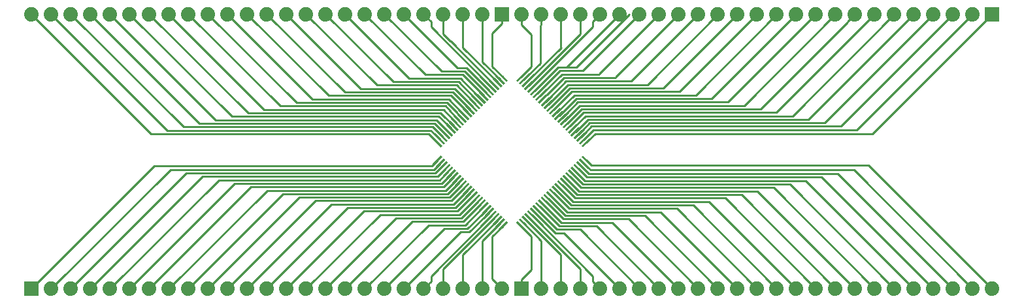
<source format=gbr>
G04 #@! TF.GenerationSoftware,KiCad,Pcbnew,5.0.0-rc2-unknown-da66005~65~ubuntu16.04.1*
G04 #@! TF.CreationDate,2018-05-28T11:28:40+02:00*
G04 #@! TF.ProjectId,AD8113 Breakout LQFP 100,41443831313320427265616B6F757420,rev?*
G04 #@! TF.SameCoordinates,Original*
G04 #@! TF.FileFunction,Copper,L1,Top,Signal*
G04 #@! TF.FilePolarity,Positive*
%FSLAX46Y46*%
G04 Gerber Fmt 4.6, Leading zero omitted, Abs format (unit mm)*
G04 Created by KiCad (PCBNEW 5.0.0-rc2-unknown-da66005~65~ubuntu16.04.1) date Mon May 28 11:28:40 2018*
%MOMM*%
%LPD*%
G01*
G04 APERTURE LIST*
G04 #@! TA.AperFunction,SMDPad,CuDef*
%ADD10C,0.279400*%
G04 #@! TD*
G04 #@! TA.AperFunction,Conductor*
%ADD11C,0.050000*%
G04 #@! TD*
G04 #@! TA.AperFunction,ComponentPad*
%ADD12R,1.879600X1.879600*%
G04 #@! TD*
G04 #@! TA.AperFunction,ComponentPad*
%ADD13C,1.879600*%
G04 #@! TD*
G04 #@! TA.AperFunction,Conductor*
%ADD14C,0.250000*%
G04 #@! TD*
G04 APERTURE END LIST*
D10*
G04 #@! TO.P,U1,1*
G04 #@! TO.N,/P001*
X167515512Y-108690795D03*
D11*
G04 #@! TD*
G04 #@! TO.N,/P001*
G04 #@! TO.C,U1*
G36*
X167093440Y-108071157D02*
X168135150Y-109112867D01*
X167937584Y-109310433D01*
X166895874Y-108268723D01*
X167093440Y-108071157D01*
X167093440Y-108071157D01*
G37*
D10*
G04 #@! TO.P,U1,2*
G04 #@! TO.N,/P002*
X167869067Y-108337240D03*
D11*
G04 #@! TD*
G04 #@! TO.N,/P002*
G04 #@! TO.C,U1*
G36*
X167446995Y-107717602D02*
X168488705Y-108759312D01*
X168291139Y-108956878D01*
X167249429Y-107915168D01*
X167446995Y-107717602D01*
X167446995Y-107717602D01*
G37*
D10*
G04 #@! TO.P,U1,3*
G04 #@! TO.N,/P003*
X168222620Y-107983688D03*
D11*
G04 #@! TD*
G04 #@! TO.N,/P003*
G04 #@! TO.C,U1*
G36*
X167800548Y-107364050D02*
X168842258Y-108405760D01*
X168644692Y-108603326D01*
X167602982Y-107561616D01*
X167800548Y-107364050D01*
X167800548Y-107364050D01*
G37*
D10*
G04 #@! TO.P,U1,4*
G04 #@! TO.N,/P004*
X168576172Y-107630135D03*
D11*
G04 #@! TD*
G04 #@! TO.N,/P004*
G04 #@! TO.C,U1*
G36*
X168154100Y-107010497D02*
X169195810Y-108052207D01*
X168998244Y-108249773D01*
X167956534Y-107208063D01*
X168154100Y-107010497D01*
X168154100Y-107010497D01*
G37*
D10*
G04 #@! TO.P,U1,5*
G04 #@! TO.N,/P005*
X168929727Y-107276581D03*
D11*
G04 #@! TD*
G04 #@! TO.N,/P005*
G04 #@! TO.C,U1*
G36*
X168507655Y-106656943D02*
X169549365Y-107698653D01*
X169351799Y-107896219D01*
X168310089Y-106854509D01*
X168507655Y-106656943D01*
X168507655Y-106656943D01*
G37*
D10*
G04 #@! TO.P,U1,6*
G04 #@! TO.N,/P006*
X169283279Y-106923028D03*
D11*
G04 #@! TD*
G04 #@! TO.N,/P006*
G04 #@! TO.C,U1*
G36*
X168861207Y-106303390D02*
X169902917Y-107345100D01*
X169705351Y-107542666D01*
X168663641Y-106500956D01*
X168861207Y-106303390D01*
X168861207Y-106303390D01*
G37*
D10*
G04 #@! TO.P,U1,7*
G04 #@! TO.N,/P007*
X169636834Y-106569473D03*
D11*
G04 #@! TD*
G04 #@! TO.N,/P007*
G04 #@! TO.C,U1*
G36*
X169214762Y-105949835D02*
X170256472Y-106991545D01*
X170058906Y-107189111D01*
X169017196Y-106147401D01*
X169214762Y-105949835D01*
X169214762Y-105949835D01*
G37*
D10*
G04 #@! TO.P,U1,8*
G04 #@! TO.N,/P008*
X169990387Y-106215921D03*
D11*
G04 #@! TD*
G04 #@! TO.N,/P008*
G04 #@! TO.C,U1*
G36*
X169568315Y-105596283D02*
X170610025Y-106637993D01*
X170412459Y-106835559D01*
X169370749Y-105793849D01*
X169568315Y-105596283D01*
X169568315Y-105596283D01*
G37*
D10*
G04 #@! TO.P,U1,9*
G04 #@! TO.N,/P009*
X170343939Y-105862368D03*
D11*
G04 #@! TD*
G04 #@! TO.N,/P009*
G04 #@! TO.C,U1*
G36*
X169921867Y-105242730D02*
X170963577Y-106284440D01*
X170766011Y-106482006D01*
X169724301Y-105440296D01*
X169921867Y-105242730D01*
X169921867Y-105242730D01*
G37*
D10*
G04 #@! TO.P,U1,10*
G04 #@! TO.N,/P010*
X170697494Y-105508814D03*
D11*
G04 #@! TD*
G04 #@! TO.N,/P010*
G04 #@! TO.C,U1*
G36*
X170275422Y-104889176D02*
X171317132Y-105930886D01*
X171119566Y-106128452D01*
X170077856Y-105086742D01*
X170275422Y-104889176D01*
X170275422Y-104889176D01*
G37*
D10*
G04 #@! TO.P,U1,11*
G04 #@! TO.N,/P011*
X171051046Y-105155261D03*
D11*
G04 #@! TD*
G04 #@! TO.N,/P011*
G04 #@! TO.C,U1*
G36*
X170628974Y-104535623D02*
X171670684Y-105577333D01*
X171473118Y-105774899D01*
X170431408Y-104733189D01*
X170628974Y-104535623D01*
X170628974Y-104535623D01*
G37*
D10*
G04 #@! TO.P,U1,12*
G04 #@! TO.N,/P012*
X171404599Y-104801708D03*
D11*
G04 #@! TD*
G04 #@! TO.N,/P012*
G04 #@! TO.C,U1*
G36*
X170982527Y-104182070D02*
X172024237Y-105223780D01*
X171826671Y-105421346D01*
X170784961Y-104379636D01*
X170982527Y-104182070D01*
X170982527Y-104182070D01*
G37*
D10*
G04 #@! TO.P,U1,13*
G04 #@! TO.N,/P013*
X171758154Y-104448154D03*
D11*
G04 #@! TD*
G04 #@! TO.N,/P013*
G04 #@! TO.C,U1*
G36*
X171336082Y-103828516D02*
X172377792Y-104870226D01*
X172180226Y-105067792D01*
X171138516Y-104026082D01*
X171336082Y-103828516D01*
X171336082Y-103828516D01*
G37*
D10*
G04 #@! TO.P,U1,14*
G04 #@! TO.N,/P014*
X172111706Y-104094601D03*
D11*
G04 #@! TD*
G04 #@! TO.N,/P014*
G04 #@! TO.C,U1*
G36*
X171689634Y-103474963D02*
X172731344Y-104516673D01*
X172533778Y-104714239D01*
X171492068Y-103672529D01*
X171689634Y-103474963D01*
X171689634Y-103474963D01*
G37*
D10*
G04 #@! TO.P,U1,15*
G04 #@! TO.N,/P015*
X172465261Y-103741046D03*
D11*
G04 #@! TD*
G04 #@! TO.N,/P015*
G04 #@! TO.C,U1*
G36*
X172043189Y-103121408D02*
X173084899Y-104163118D01*
X172887333Y-104360684D01*
X171845623Y-103318974D01*
X172043189Y-103121408D01*
X172043189Y-103121408D01*
G37*
D10*
G04 #@! TO.P,U1,16*
G04 #@! TO.N,/P016*
X172818814Y-103387494D03*
D11*
G04 #@! TD*
G04 #@! TO.N,/P016*
G04 #@! TO.C,U1*
G36*
X172396742Y-102767856D02*
X173438452Y-103809566D01*
X173240886Y-104007132D01*
X172199176Y-102965422D01*
X172396742Y-102767856D01*
X172396742Y-102767856D01*
G37*
D10*
G04 #@! TO.P,U1,17*
G04 #@! TO.N,/P017*
X173172367Y-103033941D03*
D11*
G04 #@! TD*
G04 #@! TO.N,/P017*
G04 #@! TO.C,U1*
G36*
X172750295Y-102414303D02*
X173792005Y-103456013D01*
X173594439Y-103653579D01*
X172552729Y-102611869D01*
X172750295Y-102414303D01*
X172750295Y-102414303D01*
G37*
D10*
G04 #@! TO.P,U1,18*
G04 #@! TO.N,/P018*
X173525921Y-102680387D03*
D11*
G04 #@! TD*
G04 #@! TO.N,/P018*
G04 #@! TO.C,U1*
G36*
X173103849Y-102060749D02*
X174145559Y-103102459D01*
X173947993Y-103300025D01*
X172906283Y-102258315D01*
X173103849Y-102060749D01*
X173103849Y-102060749D01*
G37*
D10*
G04 #@! TO.P,U1,19*
G04 #@! TO.N,/P019*
X173879473Y-102326834D03*
D11*
G04 #@! TD*
G04 #@! TO.N,/P019*
G04 #@! TO.C,U1*
G36*
X173457401Y-101707196D02*
X174499111Y-102748906D01*
X174301545Y-102946472D01*
X173259835Y-101904762D01*
X173457401Y-101707196D01*
X173457401Y-101707196D01*
G37*
D10*
G04 #@! TO.P,U1,20*
G04 #@! TO.N,/P020*
X174233028Y-101973279D03*
D11*
G04 #@! TD*
G04 #@! TO.N,/P020*
G04 #@! TO.C,U1*
G36*
X173810956Y-101353641D02*
X174852666Y-102395351D01*
X174655100Y-102592917D01*
X173613390Y-101551207D01*
X173810956Y-101353641D01*
X173810956Y-101353641D01*
G37*
D10*
G04 #@! TO.P,U1,21*
G04 #@! TO.N,/P021*
X174586581Y-101619727D03*
D11*
G04 #@! TD*
G04 #@! TO.N,/P021*
G04 #@! TO.C,U1*
G36*
X174164509Y-101000089D02*
X175206219Y-102041799D01*
X175008653Y-102239365D01*
X173966943Y-101197655D01*
X174164509Y-101000089D01*
X174164509Y-101000089D01*
G37*
D10*
G04 #@! TO.P,U1,22*
G04 #@! TO.N,/P022*
X174940133Y-101266174D03*
D11*
G04 #@! TD*
G04 #@! TO.N,/P022*
G04 #@! TO.C,U1*
G36*
X174518061Y-100646536D02*
X175559771Y-101688246D01*
X175362205Y-101885812D01*
X174320495Y-100844102D01*
X174518061Y-100646536D01*
X174518061Y-100646536D01*
G37*
D10*
G04 #@! TO.P,U1,23*
G04 #@! TO.N,/P023*
X175293688Y-100912620D03*
D11*
G04 #@! TD*
G04 #@! TO.N,/P023*
G04 #@! TO.C,U1*
G36*
X174871616Y-100292982D02*
X175913326Y-101334692D01*
X175715760Y-101532258D01*
X174674050Y-100490548D01*
X174871616Y-100292982D01*
X174871616Y-100292982D01*
G37*
D10*
G04 #@! TO.P,U1,24*
G04 #@! TO.N,/P024*
X175647240Y-100559067D03*
D11*
G04 #@! TD*
G04 #@! TO.N,/P024*
G04 #@! TO.C,U1*
G36*
X175225168Y-99939429D02*
X176266878Y-100981139D01*
X176069312Y-101178705D01*
X175027602Y-100136995D01*
X175225168Y-99939429D01*
X175225168Y-99939429D01*
G37*
D10*
G04 #@! TO.P,U1,25*
G04 #@! TO.N,/P025*
X176000795Y-100205512D03*
D11*
G04 #@! TD*
G04 #@! TO.N,/P025*
G04 #@! TO.C,U1*
G36*
X175578723Y-99585874D02*
X176620433Y-100627584D01*
X176422867Y-100825150D01*
X175381157Y-99783440D01*
X175578723Y-99585874D01*
X175578723Y-99585874D01*
G37*
D10*
G04 #@! TO.P,U1,26*
G04 #@! TO.N,/P026*
X176000795Y-97914488D03*
D11*
G04 #@! TD*
G04 #@! TO.N,/P026*
G04 #@! TO.C,U1*
G36*
X176620433Y-97492416D02*
X175578723Y-98534126D01*
X175381157Y-98336560D01*
X176422867Y-97294850D01*
X176620433Y-97492416D01*
X176620433Y-97492416D01*
G37*
D10*
G04 #@! TO.P,U1,27*
G04 #@! TO.N,/P027*
X175647240Y-97560933D03*
D11*
G04 #@! TD*
G04 #@! TO.N,/P027*
G04 #@! TO.C,U1*
G36*
X176266878Y-97138861D02*
X175225168Y-98180571D01*
X175027602Y-97983005D01*
X176069312Y-96941295D01*
X176266878Y-97138861D01*
X176266878Y-97138861D01*
G37*
D10*
G04 #@! TO.P,U1,28*
G04 #@! TO.N,/P028*
X175293688Y-97207380D03*
D11*
G04 #@! TD*
G04 #@! TO.N,/P028*
G04 #@! TO.C,U1*
G36*
X175913326Y-96785308D02*
X174871616Y-97827018D01*
X174674050Y-97629452D01*
X175715760Y-96587742D01*
X175913326Y-96785308D01*
X175913326Y-96785308D01*
G37*
D10*
G04 #@! TO.P,U1,29*
G04 #@! TO.N,/P029*
X174940135Y-96853828D03*
D11*
G04 #@! TD*
G04 #@! TO.N,/P029*
G04 #@! TO.C,U1*
G36*
X175559773Y-96431756D02*
X174518063Y-97473466D01*
X174320497Y-97275900D01*
X175362207Y-96234190D01*
X175559773Y-96431756D01*
X175559773Y-96431756D01*
G37*
D10*
G04 #@! TO.P,U1,30*
G04 #@! TO.N,/P030*
X174586581Y-96500273D03*
D11*
G04 #@! TD*
G04 #@! TO.N,/P030*
G04 #@! TO.C,U1*
G36*
X175206219Y-96078201D02*
X174164509Y-97119911D01*
X173966943Y-96922345D01*
X175008653Y-95880635D01*
X175206219Y-96078201D01*
X175206219Y-96078201D01*
G37*
D10*
G04 #@! TO.P,U1,31*
G04 #@! TO.N,/P031*
X174233028Y-96146721D03*
D11*
G04 #@! TD*
G04 #@! TO.N,/P031*
G04 #@! TO.C,U1*
G36*
X174852666Y-95724649D02*
X173810956Y-96766359D01*
X173613390Y-96568793D01*
X174655100Y-95527083D01*
X174852666Y-95724649D01*
X174852666Y-95724649D01*
G37*
D10*
G04 #@! TO.P,U1,32*
G04 #@! TO.N,/P032*
X173879473Y-95793166D03*
D11*
G04 #@! TD*
G04 #@! TO.N,/P032*
G04 #@! TO.C,U1*
G36*
X174499111Y-95371094D02*
X173457401Y-96412804D01*
X173259835Y-96215238D01*
X174301545Y-95173528D01*
X174499111Y-95371094D01*
X174499111Y-95371094D01*
G37*
D10*
G04 #@! TO.P,U1,33*
G04 #@! TO.N,/P033*
X173525921Y-95439613D03*
D11*
G04 #@! TD*
G04 #@! TO.N,/P033*
G04 #@! TO.C,U1*
G36*
X174145559Y-95017541D02*
X173103849Y-96059251D01*
X172906283Y-95861685D01*
X173947993Y-94819975D01*
X174145559Y-95017541D01*
X174145559Y-95017541D01*
G37*
D10*
G04 #@! TO.P,U1,34*
G04 #@! TO.N,/P034*
X173172368Y-95086061D03*
D11*
G04 #@! TD*
G04 #@! TO.N,/P034*
G04 #@! TO.C,U1*
G36*
X173792006Y-94663989D02*
X172750296Y-95705699D01*
X172552730Y-95508133D01*
X173594440Y-94466423D01*
X173792006Y-94663989D01*
X173792006Y-94663989D01*
G37*
D10*
G04 #@! TO.P,U1,35*
G04 #@! TO.N,/P035*
X172818814Y-94732506D03*
D11*
G04 #@! TD*
G04 #@! TO.N,/P035*
G04 #@! TO.C,U1*
G36*
X173438452Y-94310434D02*
X172396742Y-95352144D01*
X172199176Y-95154578D01*
X173240886Y-94112868D01*
X173438452Y-94310434D01*
X173438452Y-94310434D01*
G37*
D10*
G04 #@! TO.P,U1,36*
G04 #@! TO.N,/P036*
X172465261Y-94378954D03*
D11*
G04 #@! TD*
G04 #@! TO.N,/P036*
G04 #@! TO.C,U1*
G36*
X173084899Y-93956882D02*
X172043189Y-94998592D01*
X171845623Y-94801026D01*
X172887333Y-93759316D01*
X173084899Y-93956882D01*
X173084899Y-93956882D01*
G37*
D10*
G04 #@! TO.P,U1,37*
G04 #@! TO.N,/P037*
X172111706Y-94025399D03*
D11*
G04 #@! TD*
G04 #@! TO.N,/P037*
G04 #@! TO.C,U1*
G36*
X172731344Y-93603327D02*
X171689634Y-94645037D01*
X171492068Y-94447471D01*
X172533778Y-93405761D01*
X172731344Y-93603327D01*
X172731344Y-93603327D01*
G37*
D10*
G04 #@! TO.P,U1,38*
G04 #@! TO.N,/P038*
X171758154Y-93671846D03*
D11*
G04 #@! TD*
G04 #@! TO.N,/P038*
G04 #@! TO.C,U1*
G36*
X172377792Y-93249774D02*
X171336082Y-94291484D01*
X171138516Y-94093918D01*
X172180226Y-93052208D01*
X172377792Y-93249774D01*
X172377792Y-93249774D01*
G37*
D10*
G04 #@! TO.P,U1,39*
G04 #@! TO.N,/P039*
X171404601Y-93318294D03*
D11*
G04 #@! TD*
G04 #@! TO.N,/P039*
G04 #@! TO.C,U1*
G36*
X172024239Y-92896222D02*
X170982529Y-93937932D01*
X170784963Y-93740366D01*
X171826673Y-92698656D01*
X172024239Y-92896222D01*
X172024239Y-92896222D01*
G37*
D10*
G04 #@! TO.P,U1,40*
G04 #@! TO.N,/P040*
X171051046Y-92964739D03*
D11*
G04 #@! TD*
G04 #@! TO.N,/P040*
G04 #@! TO.C,U1*
G36*
X171670684Y-92542667D02*
X170628974Y-93584377D01*
X170431408Y-93386811D01*
X171473118Y-92345101D01*
X171670684Y-92542667D01*
X171670684Y-92542667D01*
G37*
D10*
G04 #@! TO.P,U1,41*
G04 #@! TO.N,/P041*
X170697494Y-92611186D03*
D11*
G04 #@! TD*
G04 #@! TO.N,/P041*
G04 #@! TO.C,U1*
G36*
X171317132Y-92189114D02*
X170275422Y-93230824D01*
X170077856Y-93033258D01*
X171119566Y-91991548D01*
X171317132Y-92189114D01*
X171317132Y-92189114D01*
G37*
D10*
G04 #@! TO.P,U1,42*
G04 #@! TO.N,/P042*
X170343939Y-92257632D03*
D11*
G04 #@! TD*
G04 #@! TO.N,/P042*
G04 #@! TO.C,U1*
G36*
X170963577Y-91835560D02*
X169921867Y-92877270D01*
X169724301Y-92679704D01*
X170766011Y-91637994D01*
X170963577Y-91835560D01*
X170963577Y-91835560D01*
G37*
D10*
G04 #@! TO.P,U1,43*
G04 #@! TO.N,/P043*
X169990387Y-91904079D03*
D11*
G04 #@! TD*
G04 #@! TO.N,/P043*
G04 #@! TO.C,U1*
G36*
X170610025Y-91482007D02*
X169568315Y-92523717D01*
X169370749Y-92326151D01*
X170412459Y-91284441D01*
X170610025Y-91482007D01*
X170610025Y-91482007D01*
G37*
D10*
G04 #@! TO.P,U1,44*
G04 #@! TO.N,/P044*
X169636834Y-91550527D03*
D11*
G04 #@! TD*
G04 #@! TO.N,/P044*
G04 #@! TO.C,U1*
G36*
X170256472Y-91128455D02*
X169214762Y-92170165D01*
X169017196Y-91972599D01*
X170058906Y-90930889D01*
X170256472Y-91128455D01*
X170256472Y-91128455D01*
G37*
D10*
G04 #@! TO.P,U1,45*
G04 #@! TO.N,/P045*
X169283279Y-91196972D03*
D11*
G04 #@! TD*
G04 #@! TO.N,/P045*
G04 #@! TO.C,U1*
G36*
X169902917Y-90774900D02*
X168861207Y-91816610D01*
X168663641Y-91619044D01*
X169705351Y-90577334D01*
X169902917Y-90774900D01*
X169902917Y-90774900D01*
G37*
D10*
G04 #@! TO.P,U1,46*
G04 #@! TO.N,/P046*
X168929727Y-90843419D03*
D11*
G04 #@! TD*
G04 #@! TO.N,/P046*
G04 #@! TO.C,U1*
G36*
X169549365Y-90421347D02*
X168507655Y-91463057D01*
X168310089Y-91265491D01*
X169351799Y-90223781D01*
X169549365Y-90421347D01*
X169549365Y-90421347D01*
G37*
D10*
G04 #@! TO.P,U1,47*
G04 #@! TO.N,/P047*
X168576172Y-90489865D03*
D11*
G04 #@! TD*
G04 #@! TO.N,/P047*
G04 #@! TO.C,U1*
G36*
X169195810Y-90067793D02*
X168154100Y-91109503D01*
X167956534Y-90911937D01*
X168998244Y-89870227D01*
X169195810Y-90067793D01*
X169195810Y-90067793D01*
G37*
D10*
G04 #@! TO.P,U1,48*
G04 #@! TO.N,/P048*
X168222620Y-90136312D03*
D11*
G04 #@! TD*
G04 #@! TO.N,/P048*
G04 #@! TO.C,U1*
G36*
X168842258Y-89714240D02*
X167800548Y-90755950D01*
X167602982Y-90558384D01*
X168644692Y-89516674D01*
X168842258Y-89714240D01*
X168842258Y-89714240D01*
G37*
D10*
G04 #@! TO.P,U1,49*
G04 #@! TO.N,/P049*
X167869067Y-89782760D03*
D11*
G04 #@! TD*
G04 #@! TO.N,/P049*
G04 #@! TO.C,U1*
G36*
X168488705Y-89360688D02*
X167446995Y-90402398D01*
X167249429Y-90204832D01*
X168291139Y-89163122D01*
X168488705Y-89360688D01*
X168488705Y-89360688D01*
G37*
D10*
G04 #@! TO.P,U1,50*
G04 #@! TO.N,/P050*
X167515512Y-89429205D03*
D11*
G04 #@! TD*
G04 #@! TO.N,/P050*
G04 #@! TO.C,U1*
G36*
X168135150Y-89007133D02*
X167093440Y-90048843D01*
X166895874Y-89851277D01*
X167937584Y-88809567D01*
X168135150Y-89007133D01*
X168135150Y-89007133D01*
G37*
D10*
G04 #@! TO.P,U1,51*
G04 #@! TO.N,/P051*
X165224488Y-89429205D03*
D11*
G04 #@! TD*
G04 #@! TO.N,/P051*
G04 #@! TO.C,U1*
G36*
X164802416Y-88809567D02*
X165844126Y-89851277D01*
X165646560Y-90048843D01*
X164604850Y-89007133D01*
X164802416Y-88809567D01*
X164802416Y-88809567D01*
G37*
D10*
G04 #@! TO.P,U1,52*
G04 #@! TO.N,/P052*
X164870933Y-89782760D03*
D11*
G04 #@! TD*
G04 #@! TO.N,/P052*
G04 #@! TO.C,U1*
G36*
X164448861Y-89163122D02*
X165490571Y-90204832D01*
X165293005Y-90402398D01*
X164251295Y-89360688D01*
X164448861Y-89163122D01*
X164448861Y-89163122D01*
G37*
D10*
G04 #@! TO.P,U1,53*
G04 #@! TO.N,/P053*
X164517380Y-90136312D03*
D11*
G04 #@! TD*
G04 #@! TO.N,/P053*
G04 #@! TO.C,U1*
G36*
X164095308Y-89516674D02*
X165137018Y-90558384D01*
X164939452Y-90755950D01*
X163897742Y-89714240D01*
X164095308Y-89516674D01*
X164095308Y-89516674D01*
G37*
D10*
G04 #@! TO.P,U1,54*
G04 #@! TO.N,/P054*
X164163828Y-90489865D03*
D11*
G04 #@! TD*
G04 #@! TO.N,/P054*
G04 #@! TO.C,U1*
G36*
X163741756Y-89870227D02*
X164783466Y-90911937D01*
X164585900Y-91109503D01*
X163544190Y-90067793D01*
X163741756Y-89870227D01*
X163741756Y-89870227D01*
G37*
D10*
G04 #@! TO.P,U1,55*
G04 #@! TO.N,/P055*
X163810273Y-90843419D03*
D11*
G04 #@! TD*
G04 #@! TO.N,/P055*
G04 #@! TO.C,U1*
G36*
X163388201Y-90223781D02*
X164429911Y-91265491D01*
X164232345Y-91463057D01*
X163190635Y-90421347D01*
X163388201Y-90223781D01*
X163388201Y-90223781D01*
G37*
D10*
G04 #@! TO.P,U1,56*
G04 #@! TO.N,/P056*
X163456721Y-91196972D03*
D11*
G04 #@! TD*
G04 #@! TO.N,/P056*
G04 #@! TO.C,U1*
G36*
X163034649Y-90577334D02*
X164076359Y-91619044D01*
X163878793Y-91816610D01*
X162837083Y-90774900D01*
X163034649Y-90577334D01*
X163034649Y-90577334D01*
G37*
D10*
G04 #@! TO.P,U1,57*
G04 #@! TO.N,/P057*
X163103166Y-91550527D03*
D11*
G04 #@! TD*
G04 #@! TO.N,/P057*
G04 #@! TO.C,U1*
G36*
X162681094Y-90930889D02*
X163722804Y-91972599D01*
X163525238Y-92170165D01*
X162483528Y-91128455D01*
X162681094Y-90930889D01*
X162681094Y-90930889D01*
G37*
D10*
G04 #@! TO.P,U1,58*
G04 #@! TO.N,/P058*
X162749613Y-91904079D03*
D11*
G04 #@! TD*
G04 #@! TO.N,/P058*
G04 #@! TO.C,U1*
G36*
X162327541Y-91284441D02*
X163369251Y-92326151D01*
X163171685Y-92523717D01*
X162129975Y-91482007D01*
X162327541Y-91284441D01*
X162327541Y-91284441D01*
G37*
D10*
G04 #@! TO.P,U1,59*
G04 #@! TO.N,/P059*
X162396061Y-92257632D03*
D11*
G04 #@! TD*
G04 #@! TO.N,/P059*
G04 #@! TO.C,U1*
G36*
X161973989Y-91637994D02*
X163015699Y-92679704D01*
X162818133Y-92877270D01*
X161776423Y-91835560D01*
X161973989Y-91637994D01*
X161973989Y-91637994D01*
G37*
D10*
G04 #@! TO.P,U1,60*
G04 #@! TO.N,/P060*
X162042506Y-92611186D03*
D11*
G04 #@! TD*
G04 #@! TO.N,/P060*
G04 #@! TO.C,U1*
G36*
X161620434Y-91991548D02*
X162662144Y-93033258D01*
X162464578Y-93230824D01*
X161422868Y-92189114D01*
X161620434Y-91991548D01*
X161620434Y-91991548D01*
G37*
D10*
G04 #@! TO.P,U1,61*
G04 #@! TO.N,/P061*
X161688954Y-92964739D03*
D11*
G04 #@! TD*
G04 #@! TO.N,/P061*
G04 #@! TO.C,U1*
G36*
X161266882Y-92345101D02*
X162308592Y-93386811D01*
X162111026Y-93584377D01*
X161069316Y-92542667D01*
X161266882Y-92345101D01*
X161266882Y-92345101D01*
G37*
D10*
G04 #@! TO.P,U1,62*
G04 #@! TO.N,/P062*
X161335399Y-93318294D03*
D11*
G04 #@! TD*
G04 #@! TO.N,/P062*
G04 #@! TO.C,U1*
G36*
X160913327Y-92698656D02*
X161955037Y-93740366D01*
X161757471Y-93937932D01*
X160715761Y-92896222D01*
X160913327Y-92698656D01*
X160913327Y-92698656D01*
G37*
D10*
G04 #@! TO.P,U1,63*
G04 #@! TO.N,/P063*
X160981846Y-93671846D03*
D11*
G04 #@! TD*
G04 #@! TO.N,/P063*
G04 #@! TO.C,U1*
G36*
X160559774Y-93052208D02*
X161601484Y-94093918D01*
X161403918Y-94291484D01*
X160362208Y-93249774D01*
X160559774Y-93052208D01*
X160559774Y-93052208D01*
G37*
D10*
G04 #@! TO.P,U1,64*
G04 #@! TO.N,/P064*
X160628294Y-94025399D03*
D11*
G04 #@! TD*
G04 #@! TO.N,/P064*
G04 #@! TO.C,U1*
G36*
X160206222Y-93405761D02*
X161247932Y-94447471D01*
X161050366Y-94645037D01*
X160008656Y-93603327D01*
X160206222Y-93405761D01*
X160206222Y-93405761D01*
G37*
D10*
G04 #@! TO.P,U1,65*
G04 #@! TO.N,/P065*
X160274739Y-94378954D03*
D11*
G04 #@! TD*
G04 #@! TO.N,/P065*
G04 #@! TO.C,U1*
G36*
X159852667Y-93759316D02*
X160894377Y-94801026D01*
X160696811Y-94998592D01*
X159655101Y-93956882D01*
X159852667Y-93759316D01*
X159852667Y-93759316D01*
G37*
D10*
G04 #@! TO.P,U1,66*
G04 #@! TO.N,/P066*
X159921186Y-94732506D03*
D11*
G04 #@! TD*
G04 #@! TO.N,/P066*
G04 #@! TO.C,U1*
G36*
X159499114Y-94112868D02*
X160540824Y-95154578D01*
X160343258Y-95352144D01*
X159301548Y-94310434D01*
X159499114Y-94112868D01*
X159499114Y-94112868D01*
G37*
D10*
G04 #@! TO.P,U1,67*
G04 #@! TO.N,/P067*
X159567632Y-95086061D03*
D11*
G04 #@! TD*
G04 #@! TO.N,/P067*
G04 #@! TO.C,U1*
G36*
X159145560Y-94466423D02*
X160187270Y-95508133D01*
X159989704Y-95705699D01*
X158947994Y-94663989D01*
X159145560Y-94466423D01*
X159145560Y-94466423D01*
G37*
D10*
G04 #@! TO.P,U1,68*
G04 #@! TO.N,/P068*
X159214079Y-95439613D03*
D11*
G04 #@! TD*
G04 #@! TO.N,/P068*
G04 #@! TO.C,U1*
G36*
X158792007Y-94819975D02*
X159833717Y-95861685D01*
X159636151Y-96059251D01*
X158594441Y-95017541D01*
X158792007Y-94819975D01*
X158792007Y-94819975D01*
G37*
D10*
G04 #@! TO.P,U1,69*
G04 #@! TO.N,/P069*
X158860527Y-95793166D03*
D11*
G04 #@! TD*
G04 #@! TO.N,/P069*
G04 #@! TO.C,U1*
G36*
X158438455Y-95173528D02*
X159480165Y-96215238D01*
X159282599Y-96412804D01*
X158240889Y-95371094D01*
X158438455Y-95173528D01*
X158438455Y-95173528D01*
G37*
D10*
G04 #@! TO.P,U1,70*
G04 #@! TO.N,/P070*
X158506972Y-96146721D03*
D11*
G04 #@! TD*
G04 #@! TO.N,/P070*
G04 #@! TO.C,U1*
G36*
X158084900Y-95527083D02*
X159126610Y-96568793D01*
X158929044Y-96766359D01*
X157887334Y-95724649D01*
X158084900Y-95527083D01*
X158084900Y-95527083D01*
G37*
D10*
G04 #@! TO.P,U1,71*
G04 #@! TO.N,/P071*
X158153419Y-96500273D03*
D11*
G04 #@! TD*
G04 #@! TO.N,/P071*
G04 #@! TO.C,U1*
G36*
X157731347Y-95880635D02*
X158773057Y-96922345D01*
X158575491Y-97119911D01*
X157533781Y-96078201D01*
X157731347Y-95880635D01*
X157731347Y-95880635D01*
G37*
D10*
G04 #@! TO.P,U1,72*
G04 #@! TO.N,/P072*
X157799865Y-96853828D03*
D11*
G04 #@! TD*
G04 #@! TO.N,/P072*
G04 #@! TO.C,U1*
G36*
X157377793Y-96234190D02*
X158419503Y-97275900D01*
X158221937Y-97473466D01*
X157180227Y-96431756D01*
X157377793Y-96234190D01*
X157377793Y-96234190D01*
G37*
D10*
G04 #@! TO.P,U1,73*
G04 #@! TO.N,/P073*
X157446312Y-97207380D03*
D11*
G04 #@! TD*
G04 #@! TO.N,/P073*
G04 #@! TO.C,U1*
G36*
X157024240Y-96587742D02*
X158065950Y-97629452D01*
X157868384Y-97827018D01*
X156826674Y-96785308D01*
X157024240Y-96587742D01*
X157024240Y-96587742D01*
G37*
D10*
G04 #@! TO.P,U1,74*
G04 #@! TO.N,/P074*
X157092760Y-97560933D03*
D11*
G04 #@! TD*
G04 #@! TO.N,/P074*
G04 #@! TO.C,U1*
G36*
X156670688Y-96941295D02*
X157712398Y-97983005D01*
X157514832Y-98180571D01*
X156473122Y-97138861D01*
X156670688Y-96941295D01*
X156670688Y-96941295D01*
G37*
D10*
G04 #@! TO.P,U1,75*
G04 #@! TO.N,/P075*
X156739205Y-97914488D03*
D11*
G04 #@! TD*
G04 #@! TO.N,/P075*
G04 #@! TO.C,U1*
G36*
X156317133Y-97294850D02*
X157358843Y-98336560D01*
X157161277Y-98534126D01*
X156119567Y-97492416D01*
X156317133Y-97294850D01*
X156317133Y-97294850D01*
G37*
D10*
G04 #@! TO.P,U1,76*
G04 #@! TO.N,/P076*
X156739205Y-100205512D03*
D11*
G04 #@! TD*
G04 #@! TO.N,/P076*
G04 #@! TO.C,U1*
G36*
X157358843Y-99783440D02*
X156317133Y-100825150D01*
X156119567Y-100627584D01*
X157161277Y-99585874D01*
X157358843Y-99783440D01*
X157358843Y-99783440D01*
G37*
D10*
G04 #@! TO.P,U1,77*
G04 #@! TO.N,/P077*
X157092760Y-100559067D03*
D11*
G04 #@! TD*
G04 #@! TO.N,/P077*
G04 #@! TO.C,U1*
G36*
X157712398Y-100136995D02*
X156670688Y-101178705D01*
X156473122Y-100981139D01*
X157514832Y-99939429D01*
X157712398Y-100136995D01*
X157712398Y-100136995D01*
G37*
D10*
G04 #@! TO.P,U1,78*
G04 #@! TO.N,/P078*
X157446312Y-100912620D03*
D11*
G04 #@! TD*
G04 #@! TO.N,/P078*
G04 #@! TO.C,U1*
G36*
X158065950Y-100490548D02*
X157024240Y-101532258D01*
X156826674Y-101334692D01*
X157868384Y-100292982D01*
X158065950Y-100490548D01*
X158065950Y-100490548D01*
G37*
D10*
G04 #@! TO.P,U1,79*
G04 #@! TO.N,/P079*
X157799865Y-101266172D03*
D11*
G04 #@! TD*
G04 #@! TO.N,/P079*
G04 #@! TO.C,U1*
G36*
X158419503Y-100844100D02*
X157377793Y-101885810D01*
X157180227Y-101688244D01*
X158221937Y-100646534D01*
X158419503Y-100844100D01*
X158419503Y-100844100D01*
G37*
D10*
G04 #@! TO.P,U1,80*
G04 #@! TO.N,/P080*
X158153419Y-101619727D03*
D11*
G04 #@! TD*
G04 #@! TO.N,/P080*
G04 #@! TO.C,U1*
G36*
X158773057Y-101197655D02*
X157731347Y-102239365D01*
X157533781Y-102041799D01*
X158575491Y-101000089D01*
X158773057Y-101197655D01*
X158773057Y-101197655D01*
G37*
D10*
G04 #@! TO.P,U1,81*
G04 #@! TO.N,/P081*
X158506972Y-101973279D03*
D11*
G04 #@! TD*
G04 #@! TO.N,/P081*
G04 #@! TO.C,U1*
G36*
X159126610Y-101551207D02*
X158084900Y-102592917D01*
X157887334Y-102395351D01*
X158929044Y-101353641D01*
X159126610Y-101551207D01*
X159126610Y-101551207D01*
G37*
D10*
G04 #@! TO.P,U1,82*
G04 #@! TO.N,/P082*
X158860527Y-102326834D03*
D11*
G04 #@! TD*
G04 #@! TO.N,/P082*
G04 #@! TO.C,U1*
G36*
X159480165Y-101904762D02*
X158438455Y-102946472D01*
X158240889Y-102748906D01*
X159282599Y-101707196D01*
X159480165Y-101904762D01*
X159480165Y-101904762D01*
G37*
D10*
G04 #@! TO.P,U1,83*
G04 #@! TO.N,/P083*
X159214079Y-102680387D03*
D11*
G04 #@! TD*
G04 #@! TO.N,/P083*
G04 #@! TO.C,U1*
G36*
X159833717Y-102258315D02*
X158792007Y-103300025D01*
X158594441Y-103102459D01*
X159636151Y-102060749D01*
X159833717Y-102258315D01*
X159833717Y-102258315D01*
G37*
D10*
G04 #@! TO.P,U1,84*
G04 #@! TO.N,/P084*
X159567632Y-103033939D03*
D11*
G04 #@! TD*
G04 #@! TO.N,/P084*
G04 #@! TO.C,U1*
G36*
X160187270Y-102611867D02*
X159145560Y-103653577D01*
X158947994Y-103456011D01*
X159989704Y-102414301D01*
X160187270Y-102611867D01*
X160187270Y-102611867D01*
G37*
D10*
G04 #@! TO.P,U1,85*
G04 #@! TO.N,/P085*
X159921186Y-103387494D03*
D11*
G04 #@! TD*
G04 #@! TO.N,/P085*
G04 #@! TO.C,U1*
G36*
X160540824Y-102965422D02*
X159499114Y-104007132D01*
X159301548Y-103809566D01*
X160343258Y-102767856D01*
X160540824Y-102965422D01*
X160540824Y-102965422D01*
G37*
D10*
G04 #@! TO.P,U1,86*
G04 #@! TO.N,/P086*
X160274739Y-103741046D03*
D11*
G04 #@! TD*
G04 #@! TO.N,/P086*
G04 #@! TO.C,U1*
G36*
X160894377Y-103318974D02*
X159852667Y-104360684D01*
X159655101Y-104163118D01*
X160696811Y-103121408D01*
X160894377Y-103318974D01*
X160894377Y-103318974D01*
G37*
D10*
G04 #@! TO.P,U1,87*
G04 #@! TO.N,/P087*
X160628294Y-104094601D03*
D11*
G04 #@! TD*
G04 #@! TO.N,/P087*
G04 #@! TO.C,U1*
G36*
X161247932Y-103672529D02*
X160206222Y-104714239D01*
X160008656Y-104516673D01*
X161050366Y-103474963D01*
X161247932Y-103672529D01*
X161247932Y-103672529D01*
G37*
D10*
G04 #@! TO.P,U1,88*
G04 #@! TO.N,/P088*
X160981846Y-104448154D03*
D11*
G04 #@! TD*
G04 #@! TO.N,/P088*
G04 #@! TO.C,U1*
G36*
X161601484Y-104026082D02*
X160559774Y-105067792D01*
X160362208Y-104870226D01*
X161403918Y-103828516D01*
X161601484Y-104026082D01*
X161601484Y-104026082D01*
G37*
D10*
G04 #@! TO.P,U1,89*
G04 #@! TO.N,/P089*
X161335399Y-104801706D03*
D11*
G04 #@! TD*
G04 #@! TO.N,/P089*
G04 #@! TO.C,U1*
G36*
X161955037Y-104379634D02*
X160913327Y-105421344D01*
X160715761Y-105223778D01*
X161757471Y-104182068D01*
X161955037Y-104379634D01*
X161955037Y-104379634D01*
G37*
D10*
G04 #@! TO.P,U1,90*
G04 #@! TO.N,/P090*
X161688954Y-105155261D03*
D11*
G04 #@! TD*
G04 #@! TO.N,/P090*
G04 #@! TO.C,U1*
G36*
X162308592Y-104733189D02*
X161266882Y-105774899D01*
X161069316Y-105577333D01*
X162111026Y-104535623D01*
X162308592Y-104733189D01*
X162308592Y-104733189D01*
G37*
D10*
G04 #@! TO.P,U1,91*
G04 #@! TO.N,/P091*
X162042506Y-105508814D03*
D11*
G04 #@! TD*
G04 #@! TO.N,/P091*
G04 #@! TO.C,U1*
G36*
X162662144Y-105086742D02*
X161620434Y-106128452D01*
X161422868Y-105930886D01*
X162464578Y-104889176D01*
X162662144Y-105086742D01*
X162662144Y-105086742D01*
G37*
D10*
G04 #@! TO.P,U1,92*
G04 #@! TO.N,/P092*
X162396061Y-105862368D03*
D11*
G04 #@! TD*
G04 #@! TO.N,/P092*
G04 #@! TO.C,U1*
G36*
X163015699Y-105440296D02*
X161973989Y-106482006D01*
X161776423Y-106284440D01*
X162818133Y-105242730D01*
X163015699Y-105440296D01*
X163015699Y-105440296D01*
G37*
D10*
G04 #@! TO.P,U1,93*
G04 #@! TO.N,/P093*
X162749613Y-106215921D03*
D11*
G04 #@! TD*
G04 #@! TO.N,/P093*
G04 #@! TO.C,U1*
G36*
X163369251Y-105793849D02*
X162327541Y-106835559D01*
X162129975Y-106637993D01*
X163171685Y-105596283D01*
X163369251Y-105793849D01*
X163369251Y-105793849D01*
G37*
D10*
G04 #@! TO.P,U1,94*
G04 #@! TO.N,/P094*
X163103166Y-106569473D03*
D11*
G04 #@! TD*
G04 #@! TO.N,/P094*
G04 #@! TO.C,U1*
G36*
X163722804Y-106147401D02*
X162681094Y-107189111D01*
X162483528Y-106991545D01*
X163525238Y-105949835D01*
X163722804Y-106147401D01*
X163722804Y-106147401D01*
G37*
D10*
G04 #@! TO.P,U1,95*
G04 #@! TO.N,/P095*
X163456721Y-106923028D03*
D11*
G04 #@! TD*
G04 #@! TO.N,/P095*
G04 #@! TO.C,U1*
G36*
X164076359Y-106500956D02*
X163034649Y-107542666D01*
X162837083Y-107345100D01*
X163878793Y-106303390D01*
X164076359Y-106500956D01*
X164076359Y-106500956D01*
G37*
D10*
G04 #@! TO.P,U1,96*
G04 #@! TO.N,/P096*
X163810273Y-107276581D03*
D11*
G04 #@! TD*
G04 #@! TO.N,/P096*
G04 #@! TO.C,U1*
G36*
X164429911Y-106854509D02*
X163388201Y-107896219D01*
X163190635Y-107698653D01*
X164232345Y-106656943D01*
X164429911Y-106854509D01*
X164429911Y-106854509D01*
G37*
D10*
G04 #@! TO.P,U1,97*
G04 #@! TO.N,/P097*
X164163828Y-107630135D03*
D11*
G04 #@! TD*
G04 #@! TO.N,/P097*
G04 #@! TO.C,U1*
G36*
X164783466Y-107208063D02*
X163741756Y-108249773D01*
X163544190Y-108052207D01*
X164585900Y-107010497D01*
X164783466Y-107208063D01*
X164783466Y-107208063D01*
G37*
D10*
G04 #@! TO.P,U1,98*
G04 #@! TO.N,/P098*
X164517380Y-107983688D03*
D11*
G04 #@! TD*
G04 #@! TO.N,/P098*
G04 #@! TO.C,U1*
G36*
X165137018Y-107561616D02*
X164095308Y-108603326D01*
X163897742Y-108405760D01*
X164939452Y-107364050D01*
X165137018Y-107561616D01*
X165137018Y-107561616D01*
G37*
D10*
G04 #@! TO.P,U1,99*
G04 #@! TO.N,/P099*
X164870933Y-108337240D03*
D11*
G04 #@! TD*
G04 #@! TO.N,/P099*
G04 #@! TO.C,U1*
G36*
X165490571Y-107915168D02*
X164448861Y-108956878D01*
X164251295Y-108759312D01*
X165293005Y-107717602D01*
X165490571Y-107915168D01*
X165490571Y-107915168D01*
G37*
D10*
G04 #@! TO.P,U1,100*
G04 #@! TO.N,/P100*
X165224488Y-108690795D03*
D11*
G04 #@! TD*
G04 #@! TO.N,/P100*
G04 #@! TO.C,U1*
G36*
X165844126Y-108268723D02*
X164802416Y-109310433D01*
X164604850Y-109112867D01*
X165646560Y-108071157D01*
X165844126Y-108268723D01*
X165844126Y-108268723D01*
G37*
D12*
G04 #@! TO.P,J1,1*
G04 #@! TO.N,/P001*
X167640000Y-116840000D03*
D13*
G04 #@! TO.P,J1,2*
G04 #@! TO.N,/P002*
X170180000Y-116840000D03*
G04 #@! TO.P,J1,3*
G04 #@! TO.N,/P003*
X172720000Y-116840000D03*
G04 #@! TO.P,J1,4*
G04 #@! TO.N,/P004*
X175260000Y-116840000D03*
G04 #@! TO.P,J1,5*
G04 #@! TO.N,/P005*
X177800000Y-116840000D03*
G04 #@! TO.P,J1,6*
G04 #@! TO.N,/P006*
X180340000Y-116840000D03*
G04 #@! TO.P,J1,7*
G04 #@! TO.N,/P007*
X182880000Y-116840000D03*
G04 #@! TO.P,J1,8*
G04 #@! TO.N,/P008*
X185420000Y-116840000D03*
G04 #@! TO.P,J1,9*
G04 #@! TO.N,/P009*
X187960000Y-116840000D03*
G04 #@! TO.P,J1,10*
G04 #@! TO.N,/P010*
X190500000Y-116840000D03*
G04 #@! TO.P,J1,11*
G04 #@! TO.N,/P011*
X193040000Y-116840000D03*
G04 #@! TO.P,J1,12*
G04 #@! TO.N,/P012*
X195580000Y-116840000D03*
G04 #@! TO.P,J1,13*
G04 #@! TO.N,/P013*
X198120000Y-116840000D03*
G04 #@! TO.P,J1,14*
G04 #@! TO.N,/P014*
X200660000Y-116840000D03*
G04 #@! TO.P,J1,15*
G04 #@! TO.N,/P015*
X203200000Y-116840000D03*
G04 #@! TO.P,J1,16*
G04 #@! TO.N,/P016*
X205740000Y-116840000D03*
G04 #@! TO.P,J1,17*
G04 #@! TO.N,/P017*
X208280000Y-116840000D03*
G04 #@! TO.P,J1,18*
G04 #@! TO.N,/P018*
X210820000Y-116840000D03*
G04 #@! TO.P,J1,19*
G04 #@! TO.N,/P019*
X213360000Y-116840000D03*
G04 #@! TO.P,J1,20*
G04 #@! TO.N,/P020*
X215900000Y-116840000D03*
G04 #@! TO.P,J1,21*
G04 #@! TO.N,/P021*
X218440000Y-116840000D03*
G04 #@! TO.P,J1,22*
G04 #@! TO.N,/P022*
X220980000Y-116840000D03*
G04 #@! TO.P,J1,23*
G04 #@! TO.N,/P023*
X223520000Y-116840000D03*
G04 #@! TO.P,J1,24*
G04 #@! TO.N,/P024*
X226060000Y-116840000D03*
G04 #@! TO.P,J1,25*
G04 #@! TO.N,/P025*
X228600000Y-116840000D03*
G04 #@! TD*
G04 #@! TO.P,J2,25*
G04 #@! TO.N,/P050*
X167640000Y-81280000D03*
G04 #@! TO.P,J2,24*
G04 #@! TO.N,/P049*
X170180000Y-81280000D03*
G04 #@! TO.P,J2,23*
G04 #@! TO.N,/P048*
X172720000Y-81280000D03*
G04 #@! TO.P,J2,22*
G04 #@! TO.N,/P047*
X175260000Y-81280000D03*
G04 #@! TO.P,J2,21*
G04 #@! TO.N,/P046*
X177800000Y-81280000D03*
G04 #@! TO.P,J2,20*
G04 #@! TO.N,/P045*
X180340000Y-81280000D03*
G04 #@! TO.P,J2,19*
G04 #@! TO.N,/P044*
X182880000Y-81280000D03*
G04 #@! TO.P,J2,18*
G04 #@! TO.N,/P043*
X185420000Y-81280000D03*
G04 #@! TO.P,J2,17*
G04 #@! TO.N,/P042*
X187960000Y-81280000D03*
G04 #@! TO.P,J2,16*
G04 #@! TO.N,/P041*
X190500000Y-81280000D03*
G04 #@! TO.P,J2,15*
G04 #@! TO.N,/P040*
X193040000Y-81280000D03*
G04 #@! TO.P,J2,14*
G04 #@! TO.N,/P039*
X195580000Y-81280000D03*
G04 #@! TO.P,J2,13*
G04 #@! TO.N,/P038*
X198120000Y-81280000D03*
G04 #@! TO.P,J2,12*
G04 #@! TO.N,/P037*
X200660000Y-81280000D03*
G04 #@! TO.P,J2,11*
G04 #@! TO.N,/P036*
X203200000Y-81280000D03*
G04 #@! TO.P,J2,10*
G04 #@! TO.N,/P035*
X205740000Y-81280000D03*
G04 #@! TO.P,J2,9*
G04 #@! TO.N,/P034*
X208280000Y-81280000D03*
G04 #@! TO.P,J2,8*
G04 #@! TO.N,/P033*
X210820000Y-81280000D03*
G04 #@! TO.P,J2,7*
G04 #@! TO.N,/P032*
X213360000Y-81280000D03*
G04 #@! TO.P,J2,6*
G04 #@! TO.N,/P031*
X215900000Y-81280000D03*
G04 #@! TO.P,J2,5*
G04 #@! TO.N,/P030*
X218440000Y-81280000D03*
G04 #@! TO.P,J2,4*
G04 #@! TO.N,/P029*
X220980000Y-81280000D03*
G04 #@! TO.P,J2,3*
G04 #@! TO.N,/P028*
X223520000Y-81280000D03*
G04 #@! TO.P,J2,2*
G04 #@! TO.N,/P027*
X226060000Y-81280000D03*
D12*
G04 #@! TO.P,J2,1*
G04 #@! TO.N,/P026*
X228600000Y-81280000D03*
G04 #@! TD*
G04 #@! TO.P,J3,1*
G04 #@! TO.N,/P051*
X165100000Y-81280000D03*
D13*
G04 #@! TO.P,J3,2*
G04 #@! TO.N,/P052*
X162560000Y-81280000D03*
G04 #@! TO.P,J3,3*
G04 #@! TO.N,/P053*
X160020000Y-81280000D03*
G04 #@! TO.P,J3,4*
G04 #@! TO.N,/P054*
X157480000Y-81280000D03*
G04 #@! TO.P,J3,5*
G04 #@! TO.N,/P055*
X154940000Y-81280000D03*
G04 #@! TO.P,J3,6*
G04 #@! TO.N,/P056*
X152400000Y-81280000D03*
G04 #@! TO.P,J3,7*
G04 #@! TO.N,/P057*
X149860000Y-81280000D03*
G04 #@! TO.P,J3,8*
G04 #@! TO.N,/P058*
X147320000Y-81280000D03*
G04 #@! TO.P,J3,9*
G04 #@! TO.N,/P059*
X144780000Y-81280000D03*
G04 #@! TO.P,J3,10*
G04 #@! TO.N,/P060*
X142240000Y-81280000D03*
G04 #@! TO.P,J3,11*
G04 #@! TO.N,/P061*
X139700000Y-81280000D03*
G04 #@! TO.P,J3,12*
G04 #@! TO.N,/P062*
X137160000Y-81280000D03*
G04 #@! TO.P,J3,13*
G04 #@! TO.N,/P063*
X134620000Y-81280000D03*
G04 #@! TO.P,J3,14*
G04 #@! TO.N,/P064*
X132080000Y-81280000D03*
G04 #@! TO.P,J3,15*
G04 #@! TO.N,/P065*
X129540000Y-81280000D03*
G04 #@! TO.P,J3,16*
G04 #@! TO.N,/P066*
X127000000Y-81280000D03*
G04 #@! TO.P,J3,17*
G04 #@! TO.N,/P067*
X124460000Y-81280000D03*
G04 #@! TO.P,J3,18*
G04 #@! TO.N,/P068*
X121920000Y-81280000D03*
G04 #@! TO.P,J3,19*
G04 #@! TO.N,/P069*
X119380000Y-81280000D03*
G04 #@! TO.P,J3,20*
G04 #@! TO.N,/P070*
X116840000Y-81280000D03*
G04 #@! TO.P,J3,21*
G04 #@! TO.N,/P071*
X114300000Y-81280000D03*
G04 #@! TO.P,J3,22*
G04 #@! TO.N,/P072*
X111760000Y-81280000D03*
G04 #@! TO.P,J3,23*
G04 #@! TO.N,/P073*
X109220000Y-81280000D03*
G04 #@! TO.P,J3,24*
G04 #@! TO.N,/P074*
X106680000Y-81280000D03*
G04 #@! TO.P,J3,25*
G04 #@! TO.N,/P075*
X104140000Y-81280000D03*
G04 #@! TD*
G04 #@! TO.P,J4,25*
G04 #@! TO.N,/P100*
X165100000Y-116840000D03*
G04 #@! TO.P,J4,24*
G04 #@! TO.N,/P099*
X162560000Y-116840000D03*
G04 #@! TO.P,J4,23*
G04 #@! TO.N,/P098*
X160020000Y-116840000D03*
G04 #@! TO.P,J4,22*
G04 #@! TO.N,/P097*
X157480000Y-116840000D03*
G04 #@! TO.P,J4,21*
G04 #@! TO.N,/P096*
X154940000Y-116840000D03*
G04 #@! TO.P,J4,20*
G04 #@! TO.N,/P095*
X152400000Y-116840000D03*
G04 #@! TO.P,J4,19*
G04 #@! TO.N,/P094*
X149860000Y-116840000D03*
G04 #@! TO.P,J4,18*
G04 #@! TO.N,/P093*
X147320000Y-116840000D03*
G04 #@! TO.P,J4,17*
G04 #@! TO.N,/P092*
X144780000Y-116840000D03*
G04 #@! TO.P,J4,16*
G04 #@! TO.N,/P091*
X142240000Y-116840000D03*
G04 #@! TO.P,J4,15*
G04 #@! TO.N,/P090*
X139700000Y-116840000D03*
G04 #@! TO.P,J4,14*
G04 #@! TO.N,/P089*
X137160000Y-116840000D03*
G04 #@! TO.P,J4,13*
G04 #@! TO.N,/P088*
X134620000Y-116840000D03*
G04 #@! TO.P,J4,12*
G04 #@! TO.N,/P087*
X132080000Y-116840000D03*
G04 #@! TO.P,J4,11*
G04 #@! TO.N,/P086*
X129540000Y-116840000D03*
G04 #@! TO.P,J4,10*
G04 #@! TO.N,/P085*
X127000000Y-116840000D03*
G04 #@! TO.P,J4,9*
G04 #@! TO.N,/P084*
X124460000Y-116840000D03*
G04 #@! TO.P,J4,8*
G04 #@! TO.N,/P083*
X121920000Y-116840000D03*
G04 #@! TO.P,J4,7*
G04 #@! TO.N,/P082*
X119380000Y-116840000D03*
G04 #@! TO.P,J4,6*
G04 #@! TO.N,/P081*
X116840000Y-116840000D03*
G04 #@! TO.P,J4,5*
G04 #@! TO.N,/P080*
X114300000Y-116840000D03*
G04 #@! TO.P,J4,4*
G04 #@! TO.N,/P079*
X111760000Y-116840000D03*
G04 #@! TO.P,J4,3*
G04 #@! TO.N,/P078*
X109220000Y-116840000D03*
G04 #@! TO.P,J4,2*
G04 #@! TO.N,/P077*
X106680000Y-116840000D03*
D12*
G04 #@! TO.P,J4,1*
G04 #@! TO.N,/P076*
X104140000Y-116840000D03*
G04 #@! TD*
D14*
G04 #@! TO.N,/P001*
X167640000Y-115650200D02*
X168910000Y-114380200D01*
X167640000Y-116840000D02*
X167640000Y-115650200D01*
X168910000Y-110085283D02*
X167515512Y-108690795D01*
X168910000Y-114380200D02*
X168910000Y-110085283D01*
G04 #@! TO.N,/P002*
X170180000Y-110648173D02*
X167869067Y-108337240D01*
X170180000Y-116840000D02*
X170180000Y-110648173D01*
G04 #@! TO.N,/P003*
X172720000Y-112481068D02*
X168222620Y-107983688D01*
X172720000Y-116840000D02*
X172720000Y-112481068D01*
G04 #@! TO.N,/P004*
X175260000Y-114313963D02*
X168576172Y-107630135D01*
X175260000Y-116840000D02*
X175260000Y-114313963D01*
G04 #@! TO.N,/P005*
X169521292Y-107868146D02*
X168929727Y-107276581D01*
X176860201Y-115207055D02*
X169521292Y-107868146D01*
X176860201Y-115900201D02*
X176860201Y-115207055D01*
X177800000Y-116840000D02*
X176860201Y-115900201D01*
G04 #@! TO.N,/P006*
X169874844Y-107514593D02*
X169283279Y-106923028D01*
X171980400Y-109620149D02*
X169874844Y-107514593D01*
X173120149Y-109620149D02*
X171980400Y-109620149D01*
X180340000Y-116840000D02*
X173120149Y-109620149D01*
G04 #@! TO.N,/P007*
X172187593Y-109170140D02*
X169636834Y-106619381D01*
X169636834Y-106619381D02*
X169636834Y-106569473D01*
X175210140Y-109170140D02*
X172187593Y-109170140D01*
X182880000Y-116840000D02*
X175210140Y-109170140D01*
G04 #@! TO.N,/P008*
X170581952Y-106807486D02*
X169990387Y-106215921D01*
X172494596Y-108720130D02*
X170581952Y-106807486D01*
X177300130Y-108720130D02*
X172494596Y-108720130D01*
X185420000Y-116840000D02*
X177300130Y-108720130D01*
G04 #@! TO.N,/P009*
X187960000Y-116840000D02*
X179390120Y-108270120D01*
X172751691Y-108270120D02*
X170343939Y-105862368D01*
X179390120Y-108270120D02*
X172751691Y-108270120D01*
G04 #@! TO.N,/P010*
X171289059Y-106100379D02*
X170697494Y-105508814D01*
X173008790Y-107820110D02*
X171289059Y-106100379D01*
X181480110Y-107820110D02*
X173008790Y-107820110D01*
X190500000Y-116840000D02*
X181480110Y-107820110D01*
G04 #@! TO.N,/P011*
X173265885Y-107370100D02*
X171642611Y-105746826D01*
X183570100Y-107370100D02*
X173265885Y-107370100D01*
X171642611Y-105746826D02*
X171051046Y-105155261D01*
X193040000Y-116840000D02*
X183570100Y-107370100D01*
G04 #@! TO.N,/P012*
X171996164Y-105393273D02*
X171404599Y-104801708D01*
X173522981Y-106920090D02*
X171996164Y-105393273D01*
X185660090Y-106920090D02*
X173522981Y-106920090D01*
X195580000Y-116840000D02*
X185660090Y-106920090D01*
G04 #@! TO.N,/P013*
X172349719Y-105039719D02*
X171758154Y-104448154D01*
X173780080Y-106470080D02*
X172349719Y-105039719D01*
X187750080Y-106470080D02*
X173780080Y-106470080D01*
X198120000Y-116840000D02*
X187750080Y-106470080D01*
G04 #@! TO.N,/P014*
X172703271Y-104686166D02*
X172111706Y-104094601D01*
X174037175Y-106020070D02*
X172703271Y-104686166D01*
X189840070Y-106020070D02*
X174037175Y-106020070D01*
X200660000Y-116840000D02*
X189840070Y-106020070D01*
G04 #@! TO.N,/P015*
X191930060Y-105570060D02*
X174294275Y-105570060D01*
X173056826Y-104332611D02*
X172465261Y-103741046D01*
X174294275Y-105570060D02*
X173056826Y-104332611D01*
X203200000Y-116840000D02*
X191930060Y-105570060D01*
G04 #@! TO.N,/P016*
X173410379Y-103979059D02*
X172818814Y-103387494D01*
X174551370Y-105120050D02*
X173410379Y-103979059D01*
X194020050Y-105120050D02*
X174551370Y-105120050D01*
X205740000Y-116840000D02*
X194020050Y-105120050D01*
G04 #@! TO.N,/P017*
X208280000Y-116840000D02*
X207015199Y-115575199D01*
X173763932Y-103625506D02*
X173172367Y-103033941D01*
X174808466Y-104670040D02*
X173763932Y-103625506D01*
X196110040Y-104670040D02*
X174808466Y-104670040D01*
X208280000Y-116840000D02*
X196110040Y-104670040D01*
G04 #@! TO.N,/P018*
X198200030Y-104220030D02*
X175065564Y-104220030D01*
X174117486Y-103271952D02*
X173525921Y-102680387D01*
X175065564Y-104220030D02*
X174117486Y-103271952D01*
X210820000Y-116840000D02*
X198200030Y-104220030D01*
G04 #@! TO.N,/P019*
X174471038Y-102918399D02*
X173879473Y-102326834D01*
X175322659Y-103770020D02*
X174471038Y-102918399D01*
X200290020Y-103770020D02*
X175322659Y-103770020D01*
X213360000Y-116840000D02*
X200290020Y-103770020D01*
G04 #@! TO.N,/P020*
X174824593Y-102564844D02*
X174233028Y-101973279D01*
X175579759Y-103320010D02*
X174824593Y-102564844D01*
X202380010Y-103320010D02*
X175579759Y-103320010D01*
X215900000Y-116840000D02*
X202380010Y-103320010D01*
G04 #@! TO.N,/P021*
X175178146Y-102211292D02*
X174586581Y-101619727D01*
X175836854Y-102870000D02*
X175178146Y-102211292D01*
X204470000Y-102870000D02*
X175836854Y-102870000D01*
X218440000Y-116840000D02*
X204470000Y-102870000D01*
G04 #@! TO.N,/P022*
X175531698Y-101857739D02*
X174940133Y-101266174D01*
X176043297Y-102369338D02*
X175531698Y-101857739D01*
X206509338Y-102369338D02*
X176043297Y-102369338D01*
X220980000Y-116840000D02*
X206509338Y-102369338D01*
G04 #@! TO.N,/P023*
X175885253Y-101504185D02*
X175293688Y-100912620D01*
X176300396Y-101919328D02*
X175885253Y-101504185D01*
X223520000Y-116840000D02*
X208599328Y-101919328D01*
X206629000Y-101919328D02*
X176300396Y-101919328D01*
X208599328Y-101919328D02*
X206629000Y-101919328D01*
G04 #@! TO.N,/P024*
X176238805Y-101150632D02*
X175647240Y-100559067D01*
X176557491Y-101469318D02*
X176238805Y-101150632D01*
X210689318Y-101469318D02*
X176557491Y-101469318D01*
X226060000Y-116840000D02*
X210689318Y-101469318D01*
G04 #@! TO.N,/P025*
X176633283Y-100838000D02*
X176000795Y-100205512D01*
X212598000Y-100838000D02*
X176633283Y-100838000D01*
X228600000Y-116840000D02*
X212598000Y-100838000D01*
G04 #@! TO.N,/P050*
X168910000Y-88034717D02*
X167515512Y-89429205D01*
X168910000Y-83879077D02*
X168910000Y-84836000D01*
X167640000Y-82609077D02*
X168910000Y-83879077D01*
X167640000Y-81280000D02*
X167640000Y-82609077D01*
X168910000Y-84836000D02*
X168910000Y-88034717D01*
G04 #@! TO.N,/P049*
X168460632Y-89191195D02*
X167869067Y-89782760D01*
X170180000Y-82609077D02*
X170021827Y-82767250D01*
X170180000Y-81280000D02*
X170180000Y-82609077D01*
X170021827Y-82767250D02*
X170021827Y-87630000D01*
X170021827Y-87630000D02*
X168460632Y-89191195D01*
G04 #@! TO.N,/P048*
X168814185Y-89544747D02*
X168222620Y-90136312D01*
X172720000Y-85557068D02*
X172760932Y-85598000D01*
X172720000Y-81280000D02*
X172720000Y-85557068D01*
X172760932Y-85598000D02*
X168814185Y-89544747D01*
G04 #@! TO.N,/P047*
X168626079Y-90489865D02*
X168576172Y-90489865D01*
X169167737Y-89898300D02*
X168576172Y-90489865D01*
X175260000Y-82609077D02*
X175260000Y-83806037D01*
X175260000Y-81280000D02*
X175260000Y-82609077D01*
X175260000Y-83806037D02*
X169167737Y-89898300D01*
G04 #@! TO.N,/P046*
X176860201Y-82219799D02*
X176860201Y-82912945D01*
X176860201Y-82912945D02*
X168910000Y-90863146D01*
X177800000Y-81280000D02*
X176860201Y-82219799D01*
G04 #@! TO.N,/P045*
X169874844Y-90605407D02*
X169283279Y-91196972D01*
X172317698Y-88162553D02*
X169874844Y-90605407D01*
X181610000Y-81280000D02*
X174727447Y-88162553D01*
X180340000Y-81280000D02*
X173457447Y-88162553D01*
X173355000Y-88162553D02*
X172317698Y-88162553D01*
X173457447Y-88162553D02*
X173355000Y-88162553D01*
X174727447Y-88162553D02*
X173355000Y-88162553D01*
G04 #@! TO.N,/P044*
X172574798Y-88612563D02*
X170228399Y-90958962D01*
X170228399Y-90958962D02*
X169636834Y-91550527D01*
X175547437Y-88612563D02*
X175260000Y-88612563D01*
X182880000Y-81280000D02*
X175547437Y-88612563D01*
X175260000Y-88612563D02*
X172574798Y-88612563D01*
G04 #@! TO.N,/P043*
X170581952Y-91312514D02*
X169990387Y-91904079D01*
X172831893Y-89062573D02*
X170581952Y-91312514D01*
X177673000Y-89027000D02*
X177673000Y-89062573D01*
X185420000Y-81280000D02*
X177673000Y-89027000D01*
X177673000Y-89062573D02*
X172831893Y-89062573D01*
G04 #@! TO.N,/P042*
X173088988Y-89512583D02*
X170935504Y-91666067D01*
X170935504Y-91666067D02*
X170343939Y-92257632D01*
X187960000Y-81280000D02*
X179832000Y-89408000D01*
X179832000Y-89408000D02*
X179832000Y-89512583D01*
X179832000Y-89512583D02*
X173088988Y-89512583D01*
G04 #@! TO.N,/P041*
X171289059Y-92019621D02*
X170697494Y-92611186D01*
X173346087Y-89962593D02*
X171289059Y-92019621D01*
X181817407Y-89962593D02*
X181229000Y-89962593D01*
X190500000Y-81280000D02*
X181817407Y-89962593D01*
X181229000Y-89962593D02*
X173346087Y-89962593D01*
G04 #@! TO.N,/P040*
X171642611Y-92373174D02*
X171051046Y-92964739D01*
X173603183Y-90412602D02*
X171642611Y-92373174D01*
X193040000Y-81280000D02*
X183907398Y-90412602D01*
X183896000Y-90412602D02*
X173603183Y-90412602D01*
X183907398Y-90412602D02*
X183896000Y-90412602D01*
G04 #@! TO.N,/P039*
X171996166Y-92726729D02*
X171404601Y-93318294D01*
X173860283Y-90862612D02*
X171996166Y-92726729D01*
X185997388Y-90862612D02*
X185547000Y-90862612D01*
X185547000Y-90862612D02*
X173860283Y-90862612D01*
X195580000Y-81280000D02*
X185997388Y-90862612D01*
G04 #@! TO.N,/P038*
X172349719Y-93080281D02*
X171758154Y-93671846D01*
X174117378Y-91312622D02*
X172349719Y-93080281D01*
X198120000Y-81280000D02*
X188087378Y-91312622D01*
X187833000Y-91312622D02*
X174117378Y-91312622D01*
X188087378Y-91312622D02*
X187833000Y-91312622D01*
G04 #@! TO.N,/P037*
X172161614Y-94025399D02*
X172111706Y-94025399D01*
X174424381Y-91762632D02*
X172161614Y-94025399D01*
X190177368Y-91762632D02*
X189865000Y-91762632D01*
X189865000Y-91762632D02*
X174424381Y-91762632D01*
X200660000Y-81280000D02*
X190177368Y-91762632D01*
G04 #@! TO.N,/P036*
X172515164Y-94378954D02*
X172465261Y-94378954D01*
X174681476Y-92212642D02*
X172515164Y-94378954D01*
X203200000Y-81280000D02*
X192267358Y-92212642D01*
X192024000Y-92212642D02*
X174681476Y-92212642D01*
X192267358Y-92212642D02*
X192024000Y-92212642D01*
G04 #@! TO.N,/P035*
X173410379Y-94140941D02*
X172818814Y-94732506D01*
X174888668Y-92662652D02*
X173410379Y-94140941D01*
X194357348Y-92662652D02*
X194310000Y-92662652D01*
X205740000Y-81280000D02*
X194357348Y-92662652D01*
X194310000Y-92662652D02*
X174888668Y-92662652D01*
G04 #@! TO.N,/P034*
X173763933Y-94494496D02*
X173172368Y-95086061D01*
X175145767Y-93112662D02*
X173763933Y-94494496D01*
X208280000Y-81280000D02*
X196447338Y-93112662D01*
X196447338Y-93112662D02*
X195834000Y-93112662D01*
X195834000Y-93112662D02*
X175145767Y-93112662D01*
G04 #@! TO.N,/P033*
X174117486Y-94848048D02*
X173525921Y-95439613D01*
X175402862Y-93562672D02*
X174117486Y-94848048D01*
X209880201Y-82310471D02*
X198628000Y-93562672D01*
X209880201Y-82219799D02*
X209880201Y-82310471D01*
X210820000Y-81280000D02*
X209880201Y-82219799D01*
X198628000Y-93562672D02*
X175402862Y-93562672D01*
G04 #@! TO.N,/P032*
X174471038Y-95201601D02*
X173879473Y-95793166D01*
X175659957Y-94012682D02*
X174471038Y-95201601D01*
X200627318Y-94012682D02*
X200152000Y-94012682D01*
X213360000Y-81280000D02*
X200627318Y-94012682D01*
X200152000Y-94012682D02*
X175659957Y-94012682D01*
G04 #@! TO.N,/P031*
X175917057Y-94462692D02*
X174233028Y-96146721D01*
X215900000Y-81280000D02*
X202717308Y-94462692D01*
X202184000Y-94462692D02*
X175917057Y-94462692D01*
X202717308Y-94462692D02*
X202184000Y-94462692D01*
G04 #@! TO.N,/P030*
X174636488Y-96500273D02*
X174586581Y-96500273D01*
X176224059Y-94912702D02*
X174636488Y-96500273D01*
X204807298Y-94912702D02*
X204216000Y-94912702D01*
X218440000Y-81280000D02*
X204807298Y-94912702D01*
X204216000Y-94912702D02*
X176224059Y-94912702D01*
G04 #@! TO.N,/P029*
X175531700Y-96262263D02*
X174940135Y-96853828D01*
X176431251Y-95362712D02*
X175531700Y-96262263D01*
X220980000Y-81280000D02*
X206897288Y-95362712D01*
X206502000Y-95362712D02*
X176431251Y-95362712D01*
X206897288Y-95362712D02*
X206502000Y-95362712D01*
G04 #@! TO.N,/P028*
X176688346Y-95812722D02*
X175885253Y-96615815D01*
X175885253Y-96615815D02*
X175293688Y-97207380D01*
X208987278Y-95812722D02*
X208788000Y-95812722D01*
X208788000Y-95812722D02*
X176688346Y-95812722D01*
X223520000Y-81280000D02*
X208987278Y-95812722D01*
G04 #@! TO.N,/P027*
X176238805Y-96969368D02*
X175647240Y-97560933D01*
X176945441Y-96262732D02*
X176238805Y-96969368D01*
X211077268Y-96262732D02*
X211074000Y-96262732D01*
X226060000Y-81280000D02*
X211077268Y-96262732D01*
X211074000Y-96262732D02*
X176945441Y-96262732D01*
G04 #@! TO.N,/P026*
X177141283Y-96774000D02*
X176000795Y-97914488D01*
X213106000Y-96774000D02*
X212344000Y-96774000D01*
X228600000Y-81280000D02*
X213106000Y-96774000D01*
X212344000Y-96774000D02*
X177141283Y-96774000D01*
G04 #@! TO.N,/P051*
X165100000Y-82469800D02*
X163830000Y-83739800D01*
X165100000Y-81280000D02*
X165100000Y-82469800D01*
X163830000Y-88034717D02*
X165224488Y-89429205D01*
X163830000Y-83739800D02*
X163830000Y-88034717D01*
G04 #@! TO.N,/P052*
X162560000Y-87471827D02*
X164870933Y-89782760D01*
X162560000Y-81280000D02*
X162560000Y-87471827D01*
G04 #@! TO.N,/P053*
X160020000Y-85638932D02*
X164517380Y-90136312D01*
X160020000Y-81280000D02*
X160020000Y-85638932D01*
G04 #@! TO.N,/P054*
X157480000Y-83820000D02*
X157480000Y-81280000D01*
X158405836Y-84745836D02*
X157480000Y-83820000D01*
X158419799Y-84745836D02*
X158405836Y-84745836D01*
X164163828Y-90489865D02*
X158419799Y-84745836D01*
G04 #@! TO.N,/P055*
X163218708Y-90251854D02*
X163810273Y-90843419D01*
X155879799Y-82912945D02*
X163218708Y-90251854D01*
X155879799Y-82219799D02*
X155879799Y-82912945D01*
X154940000Y-81280000D02*
X155879799Y-82219799D01*
G04 #@! TO.N,/P056*
X162865156Y-90605407D02*
X163456721Y-91196972D01*
X160483559Y-88223810D02*
X162865156Y-90605407D01*
X159343810Y-88223810D02*
X160483559Y-88223810D01*
X152400000Y-81280000D02*
X159343810Y-88223810D01*
G04 #@! TO.N,/P057*
X162511601Y-90958962D02*
X163103166Y-91550527D01*
X160226459Y-88673820D02*
X162511601Y-90958962D01*
X157253820Y-88673820D02*
X160226459Y-88673820D01*
X149860000Y-81280000D02*
X157253820Y-88673820D01*
G04 #@! TO.N,/P058*
X162158048Y-91312514D02*
X162749613Y-91904079D01*
X159969364Y-89123830D02*
X162158048Y-91312514D01*
X155163830Y-89123830D02*
X159969364Y-89123830D01*
X147320000Y-81280000D02*
X155163830Y-89123830D01*
G04 #@! TO.N,/P059*
X161804496Y-91666067D02*
X162396061Y-92257632D01*
X159712269Y-89573840D02*
X161804496Y-91666067D01*
X153073840Y-89573840D02*
X159712269Y-89573840D01*
X144780000Y-81280000D02*
X153073840Y-89573840D01*
G04 #@! TO.N,/P060*
X159455170Y-90023850D02*
X161450941Y-92019621D01*
X161450941Y-92019621D02*
X162042506Y-92611186D01*
X150983850Y-90023850D02*
X159455170Y-90023850D01*
X142240000Y-81280000D02*
X150983850Y-90023850D01*
G04 #@! TO.N,/P061*
X161097389Y-92373174D02*
X161688954Y-92964739D01*
X159198075Y-90473860D02*
X161097389Y-92373174D01*
X148893860Y-90473860D02*
X159198075Y-90473860D01*
X139700000Y-81280000D02*
X148893860Y-90473860D01*
G04 #@! TO.N,/P062*
X137160000Y-81280000D02*
X146803870Y-90923870D01*
X158940975Y-90923870D02*
X161335399Y-93318294D01*
X146803870Y-90923870D02*
X158940975Y-90923870D01*
G04 #@! TO.N,/P063*
X160390281Y-93080281D02*
X160981846Y-93671846D01*
X158683880Y-91373880D02*
X160390281Y-93080281D01*
X144713880Y-91373880D02*
X158683880Y-91373880D01*
X134620000Y-81280000D02*
X144713880Y-91373880D01*
G04 #@! TO.N,/P064*
X158426785Y-91823890D02*
X160036729Y-93433834D01*
X160036729Y-93433834D02*
X160628294Y-94025399D01*
X142623890Y-91823890D02*
X158426785Y-91823890D01*
X132080000Y-81280000D02*
X142623890Y-91823890D01*
G04 #@! TO.N,/P065*
X159683174Y-93787389D02*
X160274739Y-94378954D01*
X140533900Y-92273900D02*
X158169685Y-92273900D01*
X158169685Y-92273900D02*
X159683174Y-93787389D01*
X129540000Y-81280000D02*
X140533900Y-92273900D01*
G04 #@! TO.N,/P066*
X159329621Y-94140941D02*
X159921186Y-94732506D01*
X127000000Y-81280000D02*
X138443910Y-92723910D01*
X138443910Y-92723910D02*
X157978391Y-92723910D01*
X157978391Y-92723910D02*
X159329621Y-94075140D01*
X159329621Y-94075140D02*
X159329621Y-94140941D01*
G04 #@! TO.N,/P067*
X158976067Y-94494496D02*
X159567632Y-95086061D01*
X124460000Y-81280000D02*
X136353920Y-93173920D01*
X136353920Y-93173920D02*
X157480000Y-93173920D01*
X157480000Y-93173920D02*
X157791991Y-93173920D01*
X157791991Y-93173920D02*
X158976067Y-94494496D01*
G04 #@! TO.N,/P068*
X158622514Y-94848048D02*
X159214079Y-95439613D01*
X121920000Y-81280000D02*
X134263930Y-93623930D01*
X157539514Y-93623930D02*
X158622514Y-94848048D01*
X134263930Y-93623930D02*
X157539514Y-93623930D01*
G04 #@! TO.N,/P069*
X158268962Y-95201601D02*
X158860527Y-95793166D01*
X132173940Y-94073940D02*
X157141301Y-94073940D01*
X119380000Y-81280000D02*
X132173940Y-94073940D01*
X157141301Y-94073940D02*
X157734000Y-94666639D01*
X157475332Y-94407971D02*
X157734000Y-94666639D01*
X157734000Y-94666639D02*
X158268962Y-95201601D01*
G04 #@! TO.N,/P070*
X157915407Y-95555156D02*
X158506972Y-96146721D01*
X156884201Y-94523950D02*
X157915407Y-95555156D01*
X130083950Y-94523950D02*
X156884201Y-94523950D01*
X116840000Y-81280000D02*
X130083950Y-94523950D01*
G04 #@! TO.N,/P071*
X157561854Y-95908708D02*
X158153419Y-96500273D01*
X127993960Y-94973960D02*
X156627106Y-94973960D01*
X156627106Y-94973960D02*
X157561854Y-95908708D01*
X114300000Y-81280000D02*
X127993960Y-94973960D01*
G04 #@! TO.N,/P072*
X157208300Y-96262263D02*
X157799865Y-96853828D01*
X156704037Y-95758000D02*
X157799865Y-96853828D01*
X156370007Y-95423970D02*
X156704037Y-95758000D01*
X125903970Y-95423970D02*
X156370007Y-95423970D01*
X111760000Y-81280000D02*
X125903970Y-95423970D01*
G04 #@! TO.N,/P073*
X156562922Y-96323990D02*
X156854747Y-96615815D01*
X156854747Y-96615815D02*
X157446312Y-97207380D01*
X109220000Y-81280000D02*
X123813980Y-95873980D01*
X156112912Y-95873980D02*
X157446312Y-97207380D01*
X123813980Y-95873980D02*
X156112912Y-95873980D01*
G04 #@! TO.N,/P074*
X155855817Y-96323990D02*
X156432827Y-96901000D01*
X121723990Y-96323990D02*
X155855817Y-96323990D01*
X106680000Y-81280000D02*
X121723990Y-96323990D01*
X156432827Y-96901000D02*
X157092760Y-97560933D01*
X156305827Y-96774000D02*
X156432827Y-96901000D01*
G04 #@! TO.N,/P075*
X104140000Y-81280000D02*
X119634000Y-96774000D01*
X119634000Y-96774000D02*
X155598717Y-96774000D01*
X156210000Y-97385283D02*
X156739205Y-97914488D01*
X155598717Y-96774000D02*
X156210000Y-97385283D01*
X156106717Y-97282000D02*
X156210000Y-97385283D01*
G04 #@! TO.N,/P100*
X165100000Y-116840000D02*
X163830000Y-115570000D01*
X163830000Y-110085283D02*
X165224488Y-108690795D01*
X163830000Y-115570000D02*
X163830000Y-110085283D01*
G04 #@! TO.N,/P099*
X162560000Y-110648173D02*
X164870933Y-108337240D01*
X162560000Y-116840000D02*
X162560000Y-110648173D01*
G04 #@! TO.N,/P098*
X160020000Y-112481068D02*
X164517380Y-107983688D01*
X160020000Y-116840000D02*
X160020000Y-112481068D01*
G04 #@! TO.N,/P097*
X157480000Y-114313963D02*
X164163828Y-107630135D01*
X157480000Y-116840000D02*
X157480000Y-114313963D01*
G04 #@! TO.N,/P096*
X155879799Y-115207055D02*
X163218708Y-107868146D01*
X163218708Y-107868146D02*
X163810273Y-107276581D01*
X155879799Y-115900201D02*
X155879799Y-115207055D01*
X154940000Y-116840000D02*
X155879799Y-115900201D01*
G04 #@! TO.N,/P095*
X160864560Y-109515189D02*
X162865156Y-107514593D01*
X159724811Y-109515189D02*
X160864560Y-109515189D01*
X162865156Y-107514593D02*
X163456721Y-106923028D01*
X152400000Y-116840000D02*
X159724811Y-109515189D01*
G04 #@! TO.N,/P094*
X162511601Y-107161038D02*
X163103166Y-106569473D01*
X160607459Y-109065180D02*
X162511601Y-107161038D01*
X157634820Y-109065180D02*
X160607459Y-109065180D01*
X149860000Y-116840000D02*
X157634820Y-109065180D01*
G04 #@! TO.N,/P093*
X160300461Y-108615170D02*
X162699710Y-106215921D01*
X155544830Y-108615170D02*
X160300461Y-108615170D01*
X162699710Y-106215921D02*
X162749613Y-106215921D01*
X147320000Y-116840000D02*
X155544830Y-108615170D01*
G04 #@! TO.N,/P092*
X161804496Y-106453933D02*
X162396061Y-105862368D01*
X160093269Y-108165160D02*
X161804496Y-106453933D01*
X153454840Y-108165160D02*
X160093269Y-108165160D01*
X144780000Y-116840000D02*
X153454840Y-108165160D01*
G04 #@! TO.N,/P091*
X159836170Y-107715150D02*
X161450941Y-106100379D01*
X151364850Y-107715150D02*
X159836170Y-107715150D01*
X161450941Y-106100379D02*
X162042506Y-105508814D01*
X142240000Y-116840000D02*
X151364850Y-107715150D01*
G04 #@! TO.N,/P090*
X161097389Y-105746826D02*
X161688954Y-105155261D01*
X159579075Y-107265140D02*
X161097389Y-105746826D01*
X149274860Y-107265140D02*
X159579075Y-107265140D01*
X139700000Y-116840000D02*
X149274860Y-107265140D01*
G04 #@! TO.N,/P089*
X161285496Y-104801706D02*
X161335399Y-104801706D01*
X159272072Y-106815130D02*
X161285496Y-104801706D01*
X147184870Y-106815130D02*
X159272072Y-106815130D01*
X137160000Y-116840000D02*
X147184870Y-106815130D01*
G04 #@! TO.N,/P088*
X160390281Y-105039719D02*
X160981846Y-104448154D01*
X159064880Y-106365120D02*
X160390281Y-105039719D01*
X145094880Y-106365120D02*
X159064880Y-106365120D01*
X134620000Y-116840000D02*
X145094880Y-106365120D01*
G04 #@! TO.N,/P087*
X160036729Y-104686166D02*
X160628294Y-104094601D01*
X158807785Y-105915110D02*
X160036729Y-104686166D01*
X143004890Y-105915110D02*
X158807785Y-105915110D01*
X132080000Y-116840000D02*
X143004890Y-105915110D01*
G04 #@! TO.N,/P086*
X159683174Y-104332611D02*
X160274739Y-103741046D01*
X158550685Y-105465100D02*
X159683174Y-104332611D01*
X140914900Y-105465100D02*
X158550685Y-105465100D01*
X129540000Y-116840000D02*
X140914900Y-105465100D01*
G04 #@! TO.N,/P085*
X158293590Y-105015090D02*
X159329621Y-103979059D01*
X159329621Y-103979059D02*
X159921186Y-103387494D01*
X138824910Y-105015090D02*
X158293590Y-105015090D01*
X127000000Y-116840000D02*
X138824910Y-105015090D01*
G04 #@! TO.N,/P084*
X159567632Y-103068368D02*
X159567632Y-103033939D01*
X158070920Y-104565080D02*
X159567632Y-103068368D01*
X136734920Y-104565080D02*
X158070920Y-104565080D01*
X124460000Y-116840000D02*
X136734920Y-104565080D01*
G04 #@! TO.N,/P083*
X158622514Y-103271952D02*
X159214079Y-102680387D01*
X157779396Y-104115070D02*
X158622514Y-103271952D01*
X134644930Y-104115070D02*
X157779396Y-104115070D01*
X121920000Y-116840000D02*
X134644930Y-104115070D01*
G04 #@! TO.N,/P082*
X157522301Y-103665060D02*
X158268962Y-102918399D01*
X158268962Y-102918399D02*
X158860527Y-102326834D01*
X132554940Y-103665060D02*
X157522301Y-103665060D01*
X119380000Y-116840000D02*
X132554940Y-103665060D01*
G04 #@! TO.N,/P081*
X157265201Y-103215050D02*
X157915407Y-102564844D01*
X130464950Y-103215050D02*
X157265201Y-103215050D01*
X157915407Y-102564844D02*
X158506972Y-101973279D01*
X116840000Y-116840000D02*
X130464950Y-103215050D01*
G04 #@! TO.N,/P080*
X157561854Y-102211292D02*
X158153419Y-101619727D01*
X157008106Y-102765040D02*
X157561854Y-102211292D01*
X128374960Y-102765040D02*
X157008106Y-102765040D01*
X114300000Y-116840000D02*
X128374960Y-102765040D01*
G04 #@! TO.N,/P079*
X157208300Y-101857737D02*
X157799865Y-101266172D01*
X156751007Y-102315030D02*
X157208300Y-101857737D01*
X126284970Y-102315030D02*
X156751007Y-102315030D01*
X111760000Y-116840000D02*
X126284970Y-102315030D01*
G04 #@! TO.N,/P078*
X157396409Y-100912620D02*
X157446312Y-100912620D01*
X124194980Y-101865020D02*
X156444009Y-101865020D01*
X156444009Y-101865020D02*
X157396409Y-100912620D01*
X109220000Y-116840000D02*
X124194980Y-101865020D01*
G04 #@! TO.N,/P077*
X156501195Y-101150632D02*
X157092760Y-100559067D01*
X156236817Y-101415010D02*
X156501195Y-101150632D01*
X122104990Y-101415010D02*
X156236817Y-101415010D01*
X106680000Y-116840000D02*
X122104990Y-101415010D01*
G04 #@! TO.N,/P076*
X155979717Y-100965000D02*
X156739205Y-100205512D01*
X120015000Y-100965000D02*
X155979717Y-100965000D01*
X104140000Y-116840000D02*
X120015000Y-100965000D01*
G04 #@! TD*
M02*

</source>
